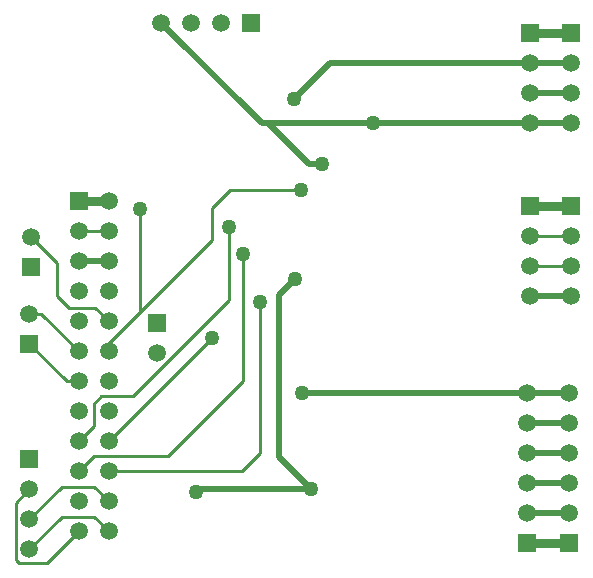
<source format=gbl>
G04 Layer_Physical_Order=2*
G04 Layer_Color=16711680*
%FSLAX44Y44*%
%MOMM*%
G71*
G01*
G75*
%ADD21C,0.2540*%
%ADD22C,0.5080*%
%ADD23C,0.7620*%
%ADD27R,1.5000X1.5000*%
%ADD28C,1.5000*%
%ADD29R,1.5000X1.5000*%
%ADD30C,1.2700*%
D21*
X110236Y220218D02*
X171196Y281178D01*
X83820Y193802D02*
X110236Y220218D01*
X83820Y110490D02*
X171570Y198240D01*
X58420Y110490D02*
X71120Y123190D01*
Y142240D01*
X77470Y148590D01*
X104140D01*
X185674Y230124D01*
Y291980D01*
X16510Y19050D02*
X44196Y46736D01*
X71374D01*
X83820Y34290D01*
X16510Y44450D02*
X44196Y72136D01*
X71374D01*
X83820Y59690D01*
X197612Y161727D02*
Y269240D01*
X133675Y97790D02*
X197612Y161727D01*
X71120Y97790D02*
X133675D01*
X58420Y85090D02*
X71120Y97790D01*
X186690Y323342D02*
X246634D01*
X171196Y307848D02*
X186690Y323342D01*
X171196Y281178D02*
Y307848D01*
X83820Y186690D02*
Y193802D01*
X110236Y220218D02*
Y307354D01*
X31750Y7620D02*
X58420Y34290D01*
X7620Y7620D02*
X31750D01*
X5080Y10160D02*
X7620Y7620D01*
X5080Y10160D02*
Y58420D01*
X16510Y69850D01*
X72390Y223520D02*
X83820Y212090D01*
X50038Y223520D02*
X72390D01*
X39878Y233680D02*
X50038Y223520D01*
X39878Y233680D02*
Y261112D01*
X17780Y283210D02*
X39878Y261112D01*
X212344Y100584D02*
Y228600D01*
X196850Y85090D02*
X212344Y100584D01*
X83820Y85090D02*
X196850D01*
X48260Y161290D02*
X58420D01*
X16510Y193040D02*
X48260Y161290D01*
X26670Y218440D02*
X58420Y186690D01*
X16510Y218440D02*
X26670D01*
X440690Y259080D02*
X474980D01*
X440690Y284480D02*
X474980D01*
X58420Y288290D02*
X83820D01*
D22*
X213360Y379730D02*
X219710D01*
X218992D02*
X307810D01*
X218992D02*
X253282Y345440D01*
X264160D01*
X255270Y69850D02*
Y70104D01*
X228092Y97282D02*
X255270Y70104D01*
X159512Y69850D02*
X255270D01*
X157480Y67818D02*
X159512Y69850D01*
X307810Y379730D02*
X440690D01*
X128270Y464820D02*
X213360Y379730D01*
X271526Y430530D02*
X440690D01*
X241046Y400050D02*
X271526Y430530D01*
X247396Y151130D02*
X438150D01*
X228092Y234442D02*
X241808Y248158D01*
X228092Y97282D02*
Y234442D01*
X438150Y125730D02*
X473710D01*
X438150Y100330D02*
X473710D01*
X438150Y74930D02*
X473710D01*
X438150Y49530D02*
X473710D01*
X440690Y430530D02*
X474980D01*
X440690Y405130D02*
X474980D01*
X440690Y379730D02*
X474980D01*
X438150Y151130D02*
X473710D01*
X440690Y233680D02*
X474980D01*
X58420Y262890D02*
X83820D01*
D23*
X440690Y455930D02*
X474980D01*
X58420Y313690D02*
X83820D01*
X438150Y24130D02*
X473710D01*
X440690Y309880D02*
X474980D01*
D27*
D03*
X440690D02*
D03*
X474980Y455930D02*
D03*
X440690D02*
D03*
X473710Y24130D02*
D03*
X438150D02*
D03*
X16510Y95250D02*
D03*
Y193040D02*
D03*
X17780Y257810D02*
D03*
X58420Y313690D02*
D03*
X124460Y210820D02*
D03*
D28*
X474980Y284480D02*
D03*
Y259080D02*
D03*
Y233680D02*
D03*
X440690Y284480D02*
D03*
Y259080D02*
D03*
Y233680D02*
D03*
X474980Y430530D02*
D03*
Y405130D02*
D03*
Y379730D02*
D03*
X440690Y430530D02*
D03*
Y405130D02*
D03*
Y379730D02*
D03*
X473710Y151130D02*
D03*
Y125730D02*
D03*
Y100330D02*
D03*
Y74930D02*
D03*
Y49530D02*
D03*
X438150Y151130D02*
D03*
Y125730D02*
D03*
Y100330D02*
D03*
Y74930D02*
D03*
Y49530D02*
D03*
X16510Y69850D02*
D03*
Y44450D02*
D03*
Y19050D02*
D03*
Y218440D02*
D03*
X17780Y283210D02*
D03*
X83820Y34290D02*
D03*
X58420D02*
D03*
X83820Y59690D02*
D03*
X58420D02*
D03*
X83820Y85090D02*
D03*
X58420D02*
D03*
X83820Y110490D02*
D03*
X58420D02*
D03*
X83820Y135890D02*
D03*
X58420D02*
D03*
X83820Y161290D02*
D03*
X58420D02*
D03*
X83820Y186690D02*
D03*
X58420D02*
D03*
X83820Y212090D02*
D03*
X58420D02*
D03*
X83820Y237490D02*
D03*
X58420D02*
D03*
X83820Y262890D02*
D03*
X58420D02*
D03*
X83820Y288290D02*
D03*
X58420D02*
D03*
X83820Y313690D02*
D03*
X179070Y464820D02*
D03*
X153670D02*
D03*
X128270D02*
D03*
X124460Y185420D02*
D03*
D29*
X204470Y464820D02*
D03*
D30*
X264160Y345440D02*
D03*
X255270Y69850D02*
D03*
X171570Y198240D02*
D03*
X185674Y291980D02*
D03*
X157480Y67818D02*
D03*
X197612Y269240D02*
D03*
X241046Y400050D02*
D03*
X246634Y323342D02*
D03*
X110236Y307354D02*
D03*
X247396Y151130D02*
D03*
X307810Y379730D02*
D03*
X212344Y228600D02*
D03*
X241808Y248158D02*
D03*
M02*

</source>
